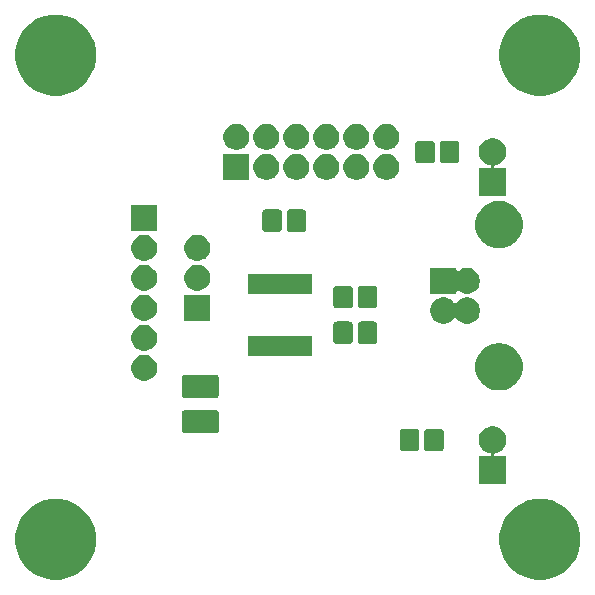
<source format=gts>
G04 #@! TF.GenerationSoftware,KiCad,Pcbnew,(5.1.5)-3*
G04 #@! TF.CreationDate,2020-05-21T16:35:35-04:00*
G04 #@! TF.ProjectId,FTDI-USB-TTL-49MM,46544449-2d55-4534-922d-54544c2d3439,1*
G04 #@! TF.SameCoordinates,Original*
G04 #@! TF.FileFunction,Soldermask,Top*
G04 #@! TF.FilePolarity,Negative*
%FSLAX46Y46*%
G04 Gerber Fmt 4.6, Leading zero omitted, Abs format (unit mm)*
G04 Created by KiCad (PCBNEW (5.1.5)-3) date 2020-05-21 16:35:35*
%MOMM*%
%LPD*%
G04 APERTURE LIST*
%ADD10C,0.150000*%
G04 APERTURE END LIST*
D10*
G36*
X46000201Y-41702774D02*
G01*
X46624239Y-41961259D01*
X46624240Y-41961260D01*
X47185860Y-42336522D01*
X47663478Y-42814140D01*
X47914220Y-43189403D01*
X48038741Y-43375761D01*
X48297226Y-43999799D01*
X48429000Y-44662272D01*
X48429000Y-45337728D01*
X48297226Y-46000201D01*
X48038741Y-46624239D01*
X48038740Y-46624240D01*
X47663478Y-47185860D01*
X47185860Y-47663478D01*
X46810597Y-47914220D01*
X46624239Y-48038741D01*
X46000201Y-48297226D01*
X45337728Y-48429000D01*
X44662272Y-48429000D01*
X43999799Y-48297226D01*
X43375761Y-48038741D01*
X43189403Y-47914220D01*
X42814140Y-47663478D01*
X42336522Y-47185860D01*
X41961260Y-46624240D01*
X41961259Y-46624239D01*
X41702774Y-46000201D01*
X41571000Y-45337728D01*
X41571000Y-44662272D01*
X41702774Y-43999799D01*
X41961259Y-43375761D01*
X42085780Y-43189403D01*
X42336522Y-42814140D01*
X42814140Y-42336522D01*
X43375760Y-41961260D01*
X43375761Y-41961259D01*
X43999799Y-41702774D01*
X44662272Y-41571000D01*
X45337728Y-41571000D01*
X46000201Y-41702774D01*
G37*
G36*
X5000201Y-41702774D02*
G01*
X5624239Y-41961259D01*
X5624240Y-41961260D01*
X6185860Y-42336522D01*
X6663478Y-42814140D01*
X6914220Y-43189403D01*
X7038741Y-43375761D01*
X7297226Y-43999799D01*
X7429000Y-44662272D01*
X7429000Y-45337728D01*
X7297226Y-46000201D01*
X7038741Y-46624239D01*
X7038740Y-46624240D01*
X6663478Y-47185860D01*
X6185860Y-47663478D01*
X5810597Y-47914220D01*
X5624239Y-48038741D01*
X5000201Y-48297226D01*
X4337728Y-48429000D01*
X3662272Y-48429000D01*
X2999799Y-48297226D01*
X2375761Y-48038741D01*
X2189403Y-47914220D01*
X1814140Y-47663478D01*
X1336522Y-47185860D01*
X961260Y-46624240D01*
X961259Y-46624239D01*
X702774Y-46000201D01*
X571000Y-45337728D01*
X571000Y-44662272D01*
X702774Y-43999799D01*
X961259Y-43375761D01*
X1085780Y-43189403D01*
X1336522Y-42814140D01*
X1814140Y-42336522D01*
X2375760Y-41961260D01*
X2375761Y-41961259D01*
X2999799Y-41702774D01*
X3662272Y-41571000D01*
X4337728Y-41571000D01*
X5000201Y-41702774D01*
G37*
G36*
X41336609Y-35466347D02*
G01*
X41546623Y-35553337D01*
X41735632Y-35679629D01*
X41896371Y-35840368D01*
X42022663Y-36029377D01*
X42109653Y-36239391D01*
X42154000Y-36462340D01*
X42154000Y-36689660D01*
X42109653Y-36912609D01*
X42022663Y-37122623D01*
X41896371Y-37311632D01*
X41735632Y-37472371D01*
X41546623Y-37598663D01*
X41336609Y-37685653D01*
X41192067Y-37714404D01*
X41168618Y-37721517D01*
X41147007Y-37733068D01*
X41128065Y-37748613D01*
X41112520Y-37767555D01*
X41100969Y-37789166D01*
X41093856Y-37812615D01*
X41091454Y-37837001D01*
X41093856Y-37861387D01*
X41100969Y-37884836D01*
X41112520Y-37906447D01*
X41128065Y-37925389D01*
X41147007Y-37940934D01*
X41168618Y-37952485D01*
X41192067Y-37959598D01*
X41216453Y-37962000D01*
X42154000Y-37962000D01*
X42154000Y-40270000D01*
X39846000Y-40270000D01*
X39846000Y-37962000D01*
X40783547Y-37962000D01*
X40807933Y-37959598D01*
X40831382Y-37952485D01*
X40852993Y-37940934D01*
X40871935Y-37925389D01*
X40887480Y-37906447D01*
X40899031Y-37884836D01*
X40906144Y-37861387D01*
X40908546Y-37837001D01*
X40906144Y-37812615D01*
X40899031Y-37789166D01*
X40887480Y-37767555D01*
X40871935Y-37748613D01*
X40852993Y-37733068D01*
X40831382Y-37721517D01*
X40807933Y-37714404D01*
X40663391Y-37685653D01*
X40453377Y-37598663D01*
X40264368Y-37472371D01*
X40103629Y-37311632D01*
X39977337Y-37122623D01*
X39890347Y-36912609D01*
X39846000Y-36689660D01*
X39846000Y-36462340D01*
X39890347Y-36239391D01*
X39977337Y-36029377D01*
X40103629Y-35840368D01*
X40264368Y-35679629D01*
X40453377Y-35553337D01*
X40663391Y-35466347D01*
X40886340Y-35422000D01*
X41113660Y-35422000D01*
X41336609Y-35466347D01*
G37*
G36*
X36620632Y-35628161D02*
G01*
X36674885Y-35644618D01*
X36724875Y-35671339D01*
X36768697Y-35707303D01*
X36804661Y-35751125D01*
X36831382Y-35801115D01*
X36847839Y-35855368D01*
X36854000Y-35917922D01*
X36854000Y-37234078D01*
X36847839Y-37296632D01*
X36831382Y-37350885D01*
X36804661Y-37400875D01*
X36768697Y-37444697D01*
X36724875Y-37480661D01*
X36674885Y-37507382D01*
X36620632Y-37523839D01*
X36558078Y-37530000D01*
X35491922Y-37530000D01*
X35429368Y-37523839D01*
X35375115Y-37507382D01*
X35325125Y-37480661D01*
X35281303Y-37444697D01*
X35245339Y-37400875D01*
X35218618Y-37350885D01*
X35202161Y-37296632D01*
X35196000Y-37234078D01*
X35196000Y-35917922D01*
X35202161Y-35855368D01*
X35218618Y-35801115D01*
X35245339Y-35751125D01*
X35281303Y-35707303D01*
X35325125Y-35671339D01*
X35375115Y-35644618D01*
X35429368Y-35628161D01*
X35491922Y-35622000D01*
X36558078Y-35622000D01*
X36620632Y-35628161D01*
G37*
G36*
X34570632Y-35628161D02*
G01*
X34624885Y-35644618D01*
X34674875Y-35671339D01*
X34718697Y-35707303D01*
X34754661Y-35751125D01*
X34781382Y-35801115D01*
X34797839Y-35855368D01*
X34804000Y-35917922D01*
X34804000Y-37234078D01*
X34797839Y-37296632D01*
X34781382Y-37350885D01*
X34754661Y-37400875D01*
X34718697Y-37444697D01*
X34674875Y-37480661D01*
X34624885Y-37507382D01*
X34570632Y-37523839D01*
X34508078Y-37530000D01*
X33441922Y-37530000D01*
X33379368Y-37523839D01*
X33325115Y-37507382D01*
X33275125Y-37480661D01*
X33231303Y-37444697D01*
X33195339Y-37400875D01*
X33168618Y-37350885D01*
X33152161Y-37296632D01*
X33146000Y-37234078D01*
X33146000Y-35917922D01*
X33152161Y-35855368D01*
X33168618Y-35801115D01*
X33195339Y-35751125D01*
X33231303Y-35707303D01*
X33275125Y-35671339D01*
X33325115Y-35644618D01*
X33379368Y-35628161D01*
X33441922Y-35622000D01*
X34508078Y-35622000D01*
X34570632Y-35628161D01*
G37*
G36*
X17627227Y-34054550D02*
G01*
X17675514Y-34069198D01*
X17720008Y-34092980D01*
X17759011Y-34124989D01*
X17791020Y-34163992D01*
X17814802Y-34208486D01*
X17829450Y-34256773D01*
X17835000Y-34313123D01*
X17835000Y-35717877D01*
X17829450Y-35774227D01*
X17814802Y-35822514D01*
X17791020Y-35867008D01*
X17759011Y-35906011D01*
X17720008Y-35938020D01*
X17675514Y-35961802D01*
X17627227Y-35976450D01*
X17570877Y-35982000D01*
X14941123Y-35982000D01*
X14884773Y-35976450D01*
X14836486Y-35961802D01*
X14791992Y-35938020D01*
X14752989Y-35906011D01*
X14720980Y-35867008D01*
X14697198Y-35822514D01*
X14682550Y-35774227D01*
X14677000Y-35717877D01*
X14677000Y-34313123D01*
X14682550Y-34256773D01*
X14697198Y-34208486D01*
X14720980Y-34163992D01*
X14752989Y-34124989D01*
X14791992Y-34092980D01*
X14836486Y-34069198D01*
X14884773Y-34054550D01*
X14941123Y-34049000D01*
X17570877Y-34049000D01*
X17627227Y-34054550D01*
G37*
G36*
X17627227Y-31079550D02*
G01*
X17675514Y-31094198D01*
X17720008Y-31117980D01*
X17759011Y-31149989D01*
X17791020Y-31188992D01*
X17814802Y-31233486D01*
X17829450Y-31281773D01*
X17835000Y-31338123D01*
X17835000Y-32742877D01*
X17829450Y-32799227D01*
X17814802Y-32847514D01*
X17791020Y-32892008D01*
X17759011Y-32931011D01*
X17720008Y-32963020D01*
X17675514Y-32986802D01*
X17627227Y-33001450D01*
X17570877Y-33007000D01*
X14941123Y-33007000D01*
X14884773Y-33001450D01*
X14836486Y-32986802D01*
X14791992Y-32963020D01*
X14752989Y-32931011D01*
X14720980Y-32892008D01*
X14697198Y-32847514D01*
X14682550Y-32799227D01*
X14677000Y-32742877D01*
X14677000Y-31338123D01*
X14682550Y-31281773D01*
X14697198Y-31233486D01*
X14720980Y-31188992D01*
X14752989Y-31149989D01*
X14791992Y-31117980D01*
X14836486Y-31094198D01*
X14884773Y-31079550D01*
X14941123Y-31074000D01*
X17570877Y-31074000D01*
X17627227Y-31079550D01*
G37*
G36*
X41930961Y-28418506D02*
G01*
X42124545Y-28457013D01*
X42489250Y-28608079D01*
X42817475Y-28827392D01*
X43096608Y-29106525D01*
X43305014Y-29418426D01*
X43315922Y-29434752D01*
X43466987Y-29799456D01*
X43544000Y-30186622D01*
X43544000Y-30581378D01*
X43542536Y-30588736D01*
X43466987Y-30968545D01*
X43315921Y-31333250D01*
X43096608Y-31661475D01*
X42817475Y-31940608D01*
X42489250Y-32159921D01*
X42124545Y-32310987D01*
X41930961Y-32349494D01*
X41737378Y-32388000D01*
X41342622Y-32388000D01*
X41149039Y-32349494D01*
X40955455Y-32310987D01*
X40590750Y-32159921D01*
X40262525Y-31940608D01*
X39983392Y-31661475D01*
X39764079Y-31333250D01*
X39613013Y-30968545D01*
X39537464Y-30588736D01*
X39536000Y-30581378D01*
X39536000Y-30186622D01*
X39613013Y-29799456D01*
X39764078Y-29434752D01*
X39774987Y-29418426D01*
X39983392Y-29106525D01*
X40262525Y-28827392D01*
X40590750Y-28608079D01*
X40955455Y-28457013D01*
X41149039Y-28418506D01*
X41342622Y-28380000D01*
X41737378Y-28380000D01*
X41930961Y-28418506D01*
G37*
G36*
X11822024Y-29418425D02*
G01*
X12022939Y-29501647D01*
X12022940Y-29501648D01*
X12203759Y-29622467D01*
X12357533Y-29776241D01*
X12418353Y-29867265D01*
X12478353Y-29957061D01*
X12561575Y-30157976D01*
X12604000Y-30371264D01*
X12604000Y-30588736D01*
X12561575Y-30802024D01*
X12478353Y-31002939D01*
X12478352Y-31002940D01*
X12357533Y-31183759D01*
X12203759Y-31337533D01*
X12202876Y-31338123D01*
X12022939Y-31458353D01*
X11822024Y-31541575D01*
X11608736Y-31584000D01*
X11391264Y-31584000D01*
X11177976Y-31541575D01*
X10977061Y-31458353D01*
X10797124Y-31338123D01*
X10796241Y-31337533D01*
X10642467Y-31183759D01*
X10521648Y-31002940D01*
X10521647Y-31002939D01*
X10438425Y-30802024D01*
X10396000Y-30588736D01*
X10396000Y-30371264D01*
X10438425Y-30157976D01*
X10521647Y-29957061D01*
X10581647Y-29867265D01*
X10642467Y-29776241D01*
X10796241Y-29622467D01*
X10977060Y-29501648D01*
X10977061Y-29501647D01*
X11177976Y-29418425D01*
X11391264Y-29376000D01*
X11608736Y-29376000D01*
X11822024Y-29418425D01*
G37*
G36*
X25676500Y-29454000D02*
G01*
X20323500Y-29454000D01*
X20323500Y-27746000D01*
X25676500Y-27746000D01*
X25676500Y-29454000D01*
G37*
G36*
X11822024Y-26878425D02*
G01*
X12022939Y-26961647D01*
X12022940Y-26961648D01*
X12203759Y-27082467D01*
X12357533Y-27236241D01*
X12357534Y-27236243D01*
X12478353Y-27417061D01*
X12561575Y-27617976D01*
X12604000Y-27831264D01*
X12604000Y-28048736D01*
X12561575Y-28262024D01*
X12478353Y-28462939D01*
X12478352Y-28462940D01*
X12357533Y-28643759D01*
X12203759Y-28797533D01*
X12112735Y-28858353D01*
X12022939Y-28918353D01*
X11822024Y-29001575D01*
X11608736Y-29044000D01*
X11391264Y-29044000D01*
X11177976Y-29001575D01*
X10977061Y-28918353D01*
X10887265Y-28858353D01*
X10796241Y-28797533D01*
X10642467Y-28643759D01*
X10521648Y-28462940D01*
X10521647Y-28462939D01*
X10438425Y-28262024D01*
X10396000Y-28048736D01*
X10396000Y-27831264D01*
X10438425Y-27617976D01*
X10521647Y-27417061D01*
X10642466Y-27236243D01*
X10642467Y-27236241D01*
X10796241Y-27082467D01*
X10977060Y-26961648D01*
X10977061Y-26961647D01*
X11177976Y-26878425D01*
X11391264Y-26836000D01*
X11608736Y-26836000D01*
X11822024Y-26878425D01*
G37*
G36*
X28945633Y-26552161D02*
G01*
X28999886Y-26568618D01*
X29049876Y-26595339D01*
X29093698Y-26631303D01*
X29129662Y-26675125D01*
X29156383Y-26725115D01*
X29172840Y-26779368D01*
X29179001Y-26841922D01*
X29179001Y-28158078D01*
X29172840Y-28220632D01*
X29156383Y-28274885D01*
X29129662Y-28324875D01*
X29093698Y-28368697D01*
X29049876Y-28404661D01*
X28999886Y-28431382D01*
X28945633Y-28447839D01*
X28883079Y-28454000D01*
X27816923Y-28454000D01*
X27754369Y-28447839D01*
X27700116Y-28431382D01*
X27650126Y-28404661D01*
X27606304Y-28368697D01*
X27570340Y-28324875D01*
X27543619Y-28274885D01*
X27527162Y-28220632D01*
X27521001Y-28158078D01*
X27521001Y-26841922D01*
X27527162Y-26779368D01*
X27543619Y-26725115D01*
X27570340Y-26675125D01*
X27606304Y-26631303D01*
X27650126Y-26595339D01*
X27700116Y-26568618D01*
X27754369Y-26552161D01*
X27816923Y-26546000D01*
X28883079Y-26546000D01*
X28945633Y-26552161D01*
G37*
G36*
X30995633Y-26552161D02*
G01*
X31049886Y-26568618D01*
X31099876Y-26595339D01*
X31143698Y-26631303D01*
X31179662Y-26675125D01*
X31206383Y-26725115D01*
X31222840Y-26779368D01*
X31229001Y-26841922D01*
X31229001Y-28158078D01*
X31222840Y-28220632D01*
X31206383Y-28274885D01*
X31179662Y-28324875D01*
X31143698Y-28368697D01*
X31099876Y-28404661D01*
X31049886Y-28431382D01*
X30995633Y-28447839D01*
X30933079Y-28454000D01*
X29866923Y-28454000D01*
X29804369Y-28447839D01*
X29750116Y-28431382D01*
X29700126Y-28404661D01*
X29656304Y-28368697D01*
X29620340Y-28324875D01*
X29593619Y-28274885D01*
X29577162Y-28220632D01*
X29571001Y-28158078D01*
X29571001Y-26841922D01*
X29577162Y-26779368D01*
X29593619Y-26725115D01*
X29620340Y-26675125D01*
X29656304Y-26631303D01*
X29700126Y-26595339D01*
X29750116Y-26568618D01*
X29804369Y-26552161D01*
X29866923Y-26546000D01*
X30933079Y-26546000D01*
X30995633Y-26552161D01*
G37*
G36*
X37152024Y-24552425D02*
G01*
X37352939Y-24635647D01*
X37352940Y-24635648D01*
X37533759Y-24756467D01*
X37687533Y-24910241D01*
X37687534Y-24910243D01*
X37726067Y-24967912D01*
X37741612Y-24986854D01*
X37760554Y-25002399D01*
X37782165Y-25013950D01*
X37805614Y-25021063D01*
X37830000Y-25023465D01*
X37854386Y-25021063D01*
X37877835Y-25013950D01*
X37899446Y-25002399D01*
X37918388Y-24986854D01*
X37933933Y-24967912D01*
X37972466Y-24910243D01*
X37972467Y-24910241D01*
X38126241Y-24756467D01*
X38307060Y-24635648D01*
X38307061Y-24635647D01*
X38507976Y-24552425D01*
X38721264Y-24510000D01*
X38938736Y-24510000D01*
X39152024Y-24552425D01*
X39352939Y-24635647D01*
X39352940Y-24635648D01*
X39533759Y-24756467D01*
X39687533Y-24910241D01*
X39687534Y-24910243D01*
X39808353Y-25091061D01*
X39891575Y-25291976D01*
X39934000Y-25505264D01*
X39934000Y-25722736D01*
X39891575Y-25936024D01*
X39808353Y-26136939D01*
X39808352Y-26136940D01*
X39687533Y-26317759D01*
X39533759Y-26471533D01*
X39442735Y-26532353D01*
X39352939Y-26592353D01*
X39152024Y-26675575D01*
X38938736Y-26718000D01*
X38721264Y-26718000D01*
X38507976Y-26675575D01*
X38307061Y-26592353D01*
X38217265Y-26532353D01*
X38126241Y-26471533D01*
X37972467Y-26317759D01*
X37933931Y-26260085D01*
X37918388Y-26241146D01*
X37899446Y-26225601D01*
X37877835Y-26214050D01*
X37854386Y-26206937D01*
X37830000Y-26204535D01*
X37805614Y-26206937D01*
X37782165Y-26214050D01*
X37760554Y-26225601D01*
X37741612Y-26241146D01*
X37726069Y-26260085D01*
X37687533Y-26317759D01*
X37533759Y-26471533D01*
X37442735Y-26532353D01*
X37352939Y-26592353D01*
X37152024Y-26675575D01*
X36938736Y-26718000D01*
X36721264Y-26718000D01*
X36507976Y-26675575D01*
X36307061Y-26592353D01*
X36217265Y-26532353D01*
X36126241Y-26471533D01*
X35972467Y-26317759D01*
X35851648Y-26136940D01*
X35851647Y-26136939D01*
X35768425Y-25936024D01*
X35726000Y-25722736D01*
X35726000Y-25505264D01*
X35768425Y-25291976D01*
X35851647Y-25091061D01*
X35972466Y-24910243D01*
X35972467Y-24910241D01*
X36126241Y-24756467D01*
X36307060Y-24635648D01*
X36307061Y-24635647D01*
X36507976Y-24552425D01*
X36721264Y-24510000D01*
X36938736Y-24510000D01*
X37152024Y-24552425D01*
G37*
G36*
X17104000Y-26504000D02*
G01*
X14896000Y-26504000D01*
X14896000Y-24296000D01*
X17104000Y-24296000D01*
X17104000Y-26504000D01*
G37*
G36*
X11822024Y-24338425D02*
G01*
X12022939Y-24421647D01*
X12022940Y-24421648D01*
X12203759Y-24542467D01*
X12357533Y-24696241D01*
X12418353Y-24787265D01*
X12478353Y-24877061D01*
X12561575Y-25077976D01*
X12604000Y-25291264D01*
X12604000Y-25508736D01*
X12561575Y-25722024D01*
X12478353Y-25922939D01*
X12478352Y-25922940D01*
X12357533Y-26103759D01*
X12203759Y-26257533D01*
X12199935Y-26260088D01*
X12022939Y-26378353D01*
X11822024Y-26461575D01*
X11608736Y-26504000D01*
X11391264Y-26504000D01*
X11177976Y-26461575D01*
X10977061Y-26378353D01*
X10800065Y-26260088D01*
X10796241Y-26257533D01*
X10642467Y-26103759D01*
X10521648Y-25922940D01*
X10521647Y-25922939D01*
X10438425Y-25722024D01*
X10396000Y-25508736D01*
X10396000Y-25291264D01*
X10438425Y-25077976D01*
X10521647Y-24877061D01*
X10581647Y-24787265D01*
X10642467Y-24696241D01*
X10796241Y-24542467D01*
X10977060Y-24421648D01*
X10977061Y-24421647D01*
X11177976Y-24338425D01*
X11391264Y-24296000D01*
X11608736Y-24296000D01*
X11822024Y-24338425D01*
G37*
G36*
X30995633Y-23527162D02*
G01*
X31049886Y-23543619D01*
X31099876Y-23570340D01*
X31143698Y-23606304D01*
X31179662Y-23650126D01*
X31206383Y-23700116D01*
X31222840Y-23754369D01*
X31229001Y-23816923D01*
X31229001Y-25133079D01*
X31222840Y-25195633D01*
X31206383Y-25249886D01*
X31179662Y-25299876D01*
X31143698Y-25343698D01*
X31099876Y-25379662D01*
X31049886Y-25406383D01*
X30995633Y-25422840D01*
X30933079Y-25429001D01*
X29866923Y-25429001D01*
X29804369Y-25422840D01*
X29750116Y-25406383D01*
X29700126Y-25379662D01*
X29656304Y-25343698D01*
X29620340Y-25299876D01*
X29593619Y-25249886D01*
X29577162Y-25195633D01*
X29571001Y-25133079D01*
X29571001Y-23816923D01*
X29577162Y-23754369D01*
X29593619Y-23700116D01*
X29620340Y-23650126D01*
X29656304Y-23606304D01*
X29700126Y-23570340D01*
X29750116Y-23543619D01*
X29804369Y-23527162D01*
X29866923Y-23521001D01*
X30933079Y-23521001D01*
X30995633Y-23527162D01*
G37*
G36*
X28945633Y-23527162D02*
G01*
X28999886Y-23543619D01*
X29049876Y-23570340D01*
X29093698Y-23606304D01*
X29129662Y-23650126D01*
X29156383Y-23700116D01*
X29172840Y-23754369D01*
X29179001Y-23816923D01*
X29179001Y-25133079D01*
X29172840Y-25195633D01*
X29156383Y-25249886D01*
X29129662Y-25299876D01*
X29093698Y-25343698D01*
X29049876Y-25379662D01*
X28999886Y-25406383D01*
X28945633Y-25422840D01*
X28883079Y-25429001D01*
X27816923Y-25429001D01*
X27754369Y-25422840D01*
X27700116Y-25406383D01*
X27650126Y-25379662D01*
X27606304Y-25343698D01*
X27570340Y-25299876D01*
X27543619Y-25249886D01*
X27527162Y-25195633D01*
X27521001Y-25133079D01*
X27521001Y-23816923D01*
X27527162Y-23754369D01*
X27543619Y-23700116D01*
X27570340Y-23650126D01*
X27606304Y-23606304D01*
X27650126Y-23570340D01*
X27700116Y-23543619D01*
X27754369Y-23527162D01*
X27816923Y-23521001D01*
X28883079Y-23521001D01*
X28945633Y-23527162D01*
G37*
G36*
X25676500Y-24254000D02*
G01*
X20323500Y-24254000D01*
X20323500Y-22546000D01*
X25676500Y-22546000D01*
X25676500Y-24254000D01*
G37*
G36*
X37934000Y-22151062D02*
G01*
X37936402Y-22175448D01*
X37943515Y-22198897D01*
X37955066Y-22220508D01*
X37970611Y-22239450D01*
X37989553Y-22254995D01*
X38011164Y-22266546D01*
X38034613Y-22273659D01*
X38058999Y-22276061D01*
X38083385Y-22273659D01*
X38106834Y-22266546D01*
X38128440Y-22254998D01*
X38307060Y-22135648D01*
X38307061Y-22135647D01*
X38507976Y-22052425D01*
X38721264Y-22010000D01*
X38938736Y-22010000D01*
X39152024Y-22052425D01*
X39352939Y-22135647D01*
X39352940Y-22135648D01*
X39533759Y-22256467D01*
X39687533Y-22410241D01*
X39687534Y-22410243D01*
X39808353Y-22591061D01*
X39891575Y-22791976D01*
X39934000Y-23005264D01*
X39934000Y-23222736D01*
X39891575Y-23436024D01*
X39808353Y-23636939D01*
X39778786Y-23681189D01*
X39687533Y-23817759D01*
X39533759Y-23971533D01*
X39508291Y-23988550D01*
X39352939Y-24092353D01*
X39152024Y-24175575D01*
X38938736Y-24218000D01*
X38721264Y-24218000D01*
X38507976Y-24175575D01*
X38307061Y-24092353D01*
X38180058Y-24007492D01*
X38128440Y-23973002D01*
X38106834Y-23961454D01*
X38083385Y-23954341D01*
X38058999Y-23951939D01*
X38034613Y-23954341D01*
X38011164Y-23961454D01*
X37989554Y-23973005D01*
X37970612Y-23988550D01*
X37955066Y-24007492D01*
X37943515Y-24029103D01*
X37936402Y-24052552D01*
X37934000Y-24076938D01*
X37934000Y-24218000D01*
X35726000Y-24218000D01*
X35726000Y-22010000D01*
X37934000Y-22010000D01*
X37934000Y-22151062D01*
G37*
G36*
X11822024Y-21798425D02*
G01*
X12022939Y-21881647D01*
X12022940Y-21881648D01*
X12203759Y-22002467D01*
X12357533Y-22156241D01*
X12386035Y-22198897D01*
X12478353Y-22337061D01*
X12561575Y-22537976D01*
X12604000Y-22751264D01*
X12604000Y-22968736D01*
X12561575Y-23182024D01*
X12478353Y-23382939D01*
X12478352Y-23382940D01*
X12357533Y-23563759D01*
X12203759Y-23717533D01*
X12164892Y-23743503D01*
X12022939Y-23838353D01*
X11822024Y-23921575D01*
X11608736Y-23964000D01*
X11391264Y-23964000D01*
X11177976Y-23921575D01*
X10977061Y-23838353D01*
X10835108Y-23743503D01*
X10796241Y-23717533D01*
X10642467Y-23563759D01*
X10521648Y-23382940D01*
X10521647Y-23382939D01*
X10438425Y-23182024D01*
X10396000Y-22968736D01*
X10396000Y-22751264D01*
X10438425Y-22537976D01*
X10521647Y-22337061D01*
X10613965Y-22198897D01*
X10642467Y-22156241D01*
X10796241Y-22002467D01*
X10977060Y-21881648D01*
X10977061Y-21881647D01*
X11177976Y-21798425D01*
X11391264Y-21756000D01*
X11608736Y-21756000D01*
X11822024Y-21798425D01*
G37*
G36*
X16322024Y-21798425D02*
G01*
X16522939Y-21881647D01*
X16522940Y-21881648D01*
X16703759Y-22002467D01*
X16857533Y-22156241D01*
X16886035Y-22198897D01*
X16978353Y-22337061D01*
X17061575Y-22537976D01*
X17104000Y-22751264D01*
X17104000Y-22968736D01*
X17061575Y-23182024D01*
X16978353Y-23382939D01*
X16978352Y-23382940D01*
X16857533Y-23563759D01*
X16703759Y-23717533D01*
X16664892Y-23743503D01*
X16522939Y-23838353D01*
X16322024Y-23921575D01*
X16108736Y-23964000D01*
X15891264Y-23964000D01*
X15677976Y-23921575D01*
X15477061Y-23838353D01*
X15335108Y-23743503D01*
X15296241Y-23717533D01*
X15142467Y-23563759D01*
X15021648Y-23382940D01*
X15021647Y-23382939D01*
X14938425Y-23182024D01*
X14896000Y-22968736D01*
X14896000Y-22751264D01*
X14938425Y-22537976D01*
X15021647Y-22337061D01*
X15113965Y-22198897D01*
X15142467Y-22156241D01*
X15296241Y-22002467D01*
X15477060Y-21881648D01*
X15477061Y-21881647D01*
X15677976Y-21798425D01*
X15891264Y-21756000D01*
X16108736Y-21756000D01*
X16322024Y-21798425D01*
G37*
G36*
X16322024Y-19258425D02*
G01*
X16522939Y-19341647D01*
X16522940Y-19341648D01*
X16703759Y-19462467D01*
X16857533Y-19616241D01*
X16857534Y-19616243D01*
X16978353Y-19797061D01*
X17061575Y-19997976D01*
X17104000Y-20211264D01*
X17104000Y-20428736D01*
X17061575Y-20642024D01*
X16978353Y-20842939D01*
X16978352Y-20842940D01*
X16857533Y-21023759D01*
X16703759Y-21177533D01*
X16612735Y-21238353D01*
X16522939Y-21298353D01*
X16322024Y-21381575D01*
X16108736Y-21424000D01*
X15891264Y-21424000D01*
X15677976Y-21381575D01*
X15477061Y-21298353D01*
X15387265Y-21238353D01*
X15296241Y-21177533D01*
X15142467Y-21023759D01*
X15021648Y-20842940D01*
X15021647Y-20842939D01*
X14938425Y-20642024D01*
X14896000Y-20428736D01*
X14896000Y-20211264D01*
X14938425Y-19997976D01*
X15021647Y-19797061D01*
X15142466Y-19616243D01*
X15142467Y-19616241D01*
X15296241Y-19462467D01*
X15477060Y-19341648D01*
X15477061Y-19341647D01*
X15677976Y-19258425D01*
X15891264Y-19216000D01*
X16108736Y-19216000D01*
X16322024Y-19258425D01*
G37*
G36*
X11822024Y-19258425D02*
G01*
X12022939Y-19341647D01*
X12022940Y-19341648D01*
X12203759Y-19462467D01*
X12357533Y-19616241D01*
X12357534Y-19616243D01*
X12478353Y-19797061D01*
X12561575Y-19997976D01*
X12604000Y-20211264D01*
X12604000Y-20428736D01*
X12561575Y-20642024D01*
X12478353Y-20842939D01*
X12478352Y-20842940D01*
X12357533Y-21023759D01*
X12203759Y-21177533D01*
X12112735Y-21238353D01*
X12022939Y-21298353D01*
X11822024Y-21381575D01*
X11608736Y-21424000D01*
X11391264Y-21424000D01*
X11177976Y-21381575D01*
X10977061Y-21298353D01*
X10887265Y-21238353D01*
X10796241Y-21177533D01*
X10642467Y-21023759D01*
X10521648Y-20842940D01*
X10521647Y-20842939D01*
X10438425Y-20642024D01*
X10396000Y-20428736D01*
X10396000Y-20211264D01*
X10438425Y-19997976D01*
X10521647Y-19797061D01*
X10642466Y-19616243D01*
X10642467Y-19616241D01*
X10796241Y-19462467D01*
X10977060Y-19341648D01*
X10977061Y-19341647D01*
X11177976Y-19258425D01*
X11391264Y-19216000D01*
X11608736Y-19216000D01*
X11822024Y-19258425D01*
G37*
G36*
X41930961Y-16378506D02*
G01*
X42124545Y-16417013D01*
X42489250Y-16568079D01*
X42817475Y-16787392D01*
X43096608Y-17066525D01*
X43315921Y-17394750D01*
X43466987Y-17759455D01*
X43544000Y-18146623D01*
X43544000Y-18541377D01*
X43466987Y-18928545D01*
X43315921Y-19293250D01*
X43096608Y-19621475D01*
X42817475Y-19900608D01*
X42489250Y-20119921D01*
X42124545Y-20270987D01*
X41930961Y-20309494D01*
X41737378Y-20348000D01*
X41342622Y-20348000D01*
X41149039Y-20309493D01*
X40955455Y-20270987D01*
X40590750Y-20119921D01*
X40262525Y-19900608D01*
X39983392Y-19621475D01*
X39764079Y-19293250D01*
X39613013Y-18928545D01*
X39536000Y-18541377D01*
X39536000Y-18146623D01*
X39613013Y-17759455D01*
X39764079Y-17394750D01*
X39983392Y-17066525D01*
X40262525Y-16787392D01*
X40590750Y-16568079D01*
X40955455Y-16417013D01*
X41149039Y-16378506D01*
X41342622Y-16340000D01*
X41737378Y-16340000D01*
X41930961Y-16378506D01*
G37*
G36*
X22938632Y-17052161D02*
G01*
X22992885Y-17068618D01*
X23042875Y-17095339D01*
X23086697Y-17131303D01*
X23122661Y-17175125D01*
X23149382Y-17225115D01*
X23165839Y-17279368D01*
X23172000Y-17341922D01*
X23172000Y-18658078D01*
X23165839Y-18720632D01*
X23149382Y-18774885D01*
X23122661Y-18824875D01*
X23086697Y-18868697D01*
X23042875Y-18904661D01*
X22992885Y-18931382D01*
X22938632Y-18947839D01*
X22876078Y-18954000D01*
X21809922Y-18954000D01*
X21747368Y-18947839D01*
X21693115Y-18931382D01*
X21643125Y-18904661D01*
X21599303Y-18868697D01*
X21563339Y-18824875D01*
X21536618Y-18774885D01*
X21520161Y-18720632D01*
X21514000Y-18658078D01*
X21514000Y-17341922D01*
X21520161Y-17279368D01*
X21536618Y-17225115D01*
X21563339Y-17175125D01*
X21599303Y-17131303D01*
X21643125Y-17095339D01*
X21693115Y-17068618D01*
X21747368Y-17052161D01*
X21809922Y-17046000D01*
X22876078Y-17046000D01*
X22938632Y-17052161D01*
G37*
G36*
X24988632Y-17052161D02*
G01*
X25042885Y-17068618D01*
X25092875Y-17095339D01*
X25136697Y-17131303D01*
X25172661Y-17175125D01*
X25199382Y-17225115D01*
X25215839Y-17279368D01*
X25222000Y-17341922D01*
X25222000Y-18658078D01*
X25215839Y-18720632D01*
X25199382Y-18774885D01*
X25172661Y-18824875D01*
X25136697Y-18868697D01*
X25092875Y-18904661D01*
X25042885Y-18931382D01*
X24988632Y-18947839D01*
X24926078Y-18954000D01*
X23859922Y-18954000D01*
X23797368Y-18947839D01*
X23743115Y-18931382D01*
X23693125Y-18904661D01*
X23649303Y-18868697D01*
X23613339Y-18824875D01*
X23586618Y-18774885D01*
X23570161Y-18720632D01*
X23564000Y-18658078D01*
X23564000Y-17341922D01*
X23570161Y-17279368D01*
X23586618Y-17225115D01*
X23613339Y-17175125D01*
X23649303Y-17131303D01*
X23693125Y-17095339D01*
X23743115Y-17068618D01*
X23797368Y-17052161D01*
X23859922Y-17046000D01*
X24926078Y-17046000D01*
X24988632Y-17052161D01*
G37*
G36*
X12604000Y-18884000D02*
G01*
X10396000Y-18884000D01*
X10396000Y-16676000D01*
X12604000Y-16676000D01*
X12604000Y-18884000D01*
G37*
G36*
X41336609Y-11080347D02*
G01*
X41546623Y-11167337D01*
X41735632Y-11293629D01*
X41896371Y-11454368D01*
X42022663Y-11643377D01*
X42109653Y-11853391D01*
X42154000Y-12076340D01*
X42154000Y-12303660D01*
X42109653Y-12526609D01*
X42022663Y-12736623D01*
X41896371Y-12925632D01*
X41735632Y-13086371D01*
X41546623Y-13212663D01*
X41336609Y-13299653D01*
X41192067Y-13328404D01*
X41168618Y-13335517D01*
X41147007Y-13347068D01*
X41128065Y-13362613D01*
X41112520Y-13381555D01*
X41100969Y-13403166D01*
X41093856Y-13426615D01*
X41091454Y-13451001D01*
X41093856Y-13475387D01*
X41100969Y-13498836D01*
X41112520Y-13520447D01*
X41128065Y-13539389D01*
X41147007Y-13554934D01*
X41168618Y-13566485D01*
X41192067Y-13573598D01*
X41216453Y-13576000D01*
X42154000Y-13576000D01*
X42154000Y-15884000D01*
X39846000Y-15884000D01*
X39846000Y-13576000D01*
X40783547Y-13576000D01*
X40807933Y-13573598D01*
X40831382Y-13566485D01*
X40852993Y-13554934D01*
X40871935Y-13539389D01*
X40887480Y-13520447D01*
X40899031Y-13498836D01*
X40906144Y-13475387D01*
X40908546Y-13451001D01*
X40906144Y-13426615D01*
X40899031Y-13403166D01*
X40887480Y-13381555D01*
X40871935Y-13362613D01*
X40852993Y-13347068D01*
X40831382Y-13335517D01*
X40807933Y-13328404D01*
X40663391Y-13299653D01*
X40453377Y-13212663D01*
X40264368Y-13086371D01*
X40103629Y-12925632D01*
X39977337Y-12736623D01*
X39890347Y-12526609D01*
X39846000Y-12303660D01*
X39846000Y-12076340D01*
X39890347Y-11853391D01*
X39977337Y-11643377D01*
X40103629Y-11454368D01*
X40264368Y-11293629D01*
X40453377Y-11167337D01*
X40663391Y-11080347D01*
X40886340Y-11036000D01*
X41113660Y-11036000D01*
X41336609Y-11080347D01*
G37*
G36*
X29786024Y-12400425D02*
G01*
X29986939Y-12483647D01*
X29986940Y-12483648D01*
X30167759Y-12604467D01*
X30321533Y-12758241D01*
X30321534Y-12758243D01*
X30442353Y-12939061D01*
X30525575Y-13139976D01*
X30568000Y-13353264D01*
X30568000Y-13570736D01*
X30525575Y-13784024D01*
X30442353Y-13984939D01*
X30442352Y-13984940D01*
X30321533Y-14165759D01*
X30167759Y-14319533D01*
X30076735Y-14380353D01*
X29986939Y-14440353D01*
X29786024Y-14523575D01*
X29572736Y-14566000D01*
X29355264Y-14566000D01*
X29141976Y-14523575D01*
X28941061Y-14440353D01*
X28851265Y-14380353D01*
X28760241Y-14319533D01*
X28606467Y-14165759D01*
X28485648Y-13984940D01*
X28485647Y-13984939D01*
X28402425Y-13784024D01*
X28360000Y-13570736D01*
X28360000Y-13353264D01*
X28402425Y-13139976D01*
X28485647Y-12939061D01*
X28606466Y-12758243D01*
X28606467Y-12758241D01*
X28760241Y-12604467D01*
X28941060Y-12483648D01*
X28941061Y-12483647D01*
X29141976Y-12400425D01*
X29355264Y-12358000D01*
X29572736Y-12358000D01*
X29786024Y-12400425D01*
G37*
G36*
X32326024Y-12400425D02*
G01*
X32526939Y-12483647D01*
X32526940Y-12483648D01*
X32707759Y-12604467D01*
X32861533Y-12758241D01*
X32861534Y-12758243D01*
X32982353Y-12939061D01*
X33065575Y-13139976D01*
X33108000Y-13353264D01*
X33108000Y-13570736D01*
X33065575Y-13784024D01*
X32982353Y-13984939D01*
X32982352Y-13984940D01*
X32861533Y-14165759D01*
X32707759Y-14319533D01*
X32616735Y-14380353D01*
X32526939Y-14440353D01*
X32326024Y-14523575D01*
X32112736Y-14566000D01*
X31895264Y-14566000D01*
X31681976Y-14523575D01*
X31481061Y-14440353D01*
X31391265Y-14380353D01*
X31300241Y-14319533D01*
X31146467Y-14165759D01*
X31025648Y-13984940D01*
X31025647Y-13984939D01*
X30942425Y-13784024D01*
X30900000Y-13570736D01*
X30900000Y-13353264D01*
X30942425Y-13139976D01*
X31025647Y-12939061D01*
X31146466Y-12758243D01*
X31146467Y-12758241D01*
X31300241Y-12604467D01*
X31481060Y-12483648D01*
X31481061Y-12483647D01*
X31681976Y-12400425D01*
X31895264Y-12358000D01*
X32112736Y-12358000D01*
X32326024Y-12400425D01*
G37*
G36*
X27246024Y-12400425D02*
G01*
X27446939Y-12483647D01*
X27446940Y-12483648D01*
X27627759Y-12604467D01*
X27781533Y-12758241D01*
X27781534Y-12758243D01*
X27902353Y-12939061D01*
X27985575Y-13139976D01*
X28028000Y-13353264D01*
X28028000Y-13570736D01*
X27985575Y-13784024D01*
X27902353Y-13984939D01*
X27902352Y-13984940D01*
X27781533Y-14165759D01*
X27627759Y-14319533D01*
X27536735Y-14380353D01*
X27446939Y-14440353D01*
X27246024Y-14523575D01*
X27032736Y-14566000D01*
X26815264Y-14566000D01*
X26601976Y-14523575D01*
X26401061Y-14440353D01*
X26311265Y-14380353D01*
X26220241Y-14319533D01*
X26066467Y-14165759D01*
X25945648Y-13984940D01*
X25945647Y-13984939D01*
X25862425Y-13784024D01*
X25820000Y-13570736D01*
X25820000Y-13353264D01*
X25862425Y-13139976D01*
X25945647Y-12939061D01*
X26066466Y-12758243D01*
X26066467Y-12758241D01*
X26220241Y-12604467D01*
X26401060Y-12483648D01*
X26401061Y-12483647D01*
X26601976Y-12400425D01*
X26815264Y-12358000D01*
X27032736Y-12358000D01*
X27246024Y-12400425D01*
G37*
G36*
X24706024Y-12400425D02*
G01*
X24906939Y-12483647D01*
X24906940Y-12483648D01*
X25087759Y-12604467D01*
X25241533Y-12758241D01*
X25241534Y-12758243D01*
X25362353Y-12939061D01*
X25445575Y-13139976D01*
X25488000Y-13353264D01*
X25488000Y-13570736D01*
X25445575Y-13784024D01*
X25362353Y-13984939D01*
X25362352Y-13984940D01*
X25241533Y-14165759D01*
X25087759Y-14319533D01*
X24996735Y-14380353D01*
X24906939Y-14440353D01*
X24706024Y-14523575D01*
X24492736Y-14566000D01*
X24275264Y-14566000D01*
X24061976Y-14523575D01*
X23861061Y-14440353D01*
X23771265Y-14380353D01*
X23680241Y-14319533D01*
X23526467Y-14165759D01*
X23405648Y-13984940D01*
X23405647Y-13984939D01*
X23322425Y-13784024D01*
X23280000Y-13570736D01*
X23280000Y-13353264D01*
X23322425Y-13139976D01*
X23405647Y-12939061D01*
X23526466Y-12758243D01*
X23526467Y-12758241D01*
X23680241Y-12604467D01*
X23861060Y-12483648D01*
X23861061Y-12483647D01*
X24061976Y-12400425D01*
X24275264Y-12358000D01*
X24492736Y-12358000D01*
X24706024Y-12400425D01*
G37*
G36*
X22166024Y-12400425D02*
G01*
X22366939Y-12483647D01*
X22366940Y-12483648D01*
X22547759Y-12604467D01*
X22701533Y-12758241D01*
X22701534Y-12758243D01*
X22822353Y-12939061D01*
X22905575Y-13139976D01*
X22948000Y-13353264D01*
X22948000Y-13570736D01*
X22905575Y-13784024D01*
X22822353Y-13984939D01*
X22822352Y-13984940D01*
X22701533Y-14165759D01*
X22547759Y-14319533D01*
X22456735Y-14380353D01*
X22366939Y-14440353D01*
X22166024Y-14523575D01*
X21952736Y-14566000D01*
X21735264Y-14566000D01*
X21521976Y-14523575D01*
X21321061Y-14440353D01*
X21231265Y-14380353D01*
X21140241Y-14319533D01*
X20986467Y-14165759D01*
X20865648Y-13984940D01*
X20865647Y-13984939D01*
X20782425Y-13784024D01*
X20740000Y-13570736D01*
X20740000Y-13353264D01*
X20782425Y-13139976D01*
X20865647Y-12939061D01*
X20986466Y-12758243D01*
X20986467Y-12758241D01*
X21140241Y-12604467D01*
X21321060Y-12483648D01*
X21321061Y-12483647D01*
X21521976Y-12400425D01*
X21735264Y-12358000D01*
X21952736Y-12358000D01*
X22166024Y-12400425D01*
G37*
G36*
X20408000Y-14566000D02*
G01*
X18200000Y-14566000D01*
X18200000Y-12358000D01*
X20408000Y-12358000D01*
X20408000Y-14566000D01*
G37*
G36*
X37942632Y-11244161D02*
G01*
X37996885Y-11260618D01*
X38046875Y-11287339D01*
X38090697Y-11323303D01*
X38126661Y-11367125D01*
X38153382Y-11417115D01*
X38169839Y-11471368D01*
X38176000Y-11533922D01*
X38176000Y-12850078D01*
X38169839Y-12912632D01*
X38153382Y-12966885D01*
X38126661Y-13016875D01*
X38090697Y-13060697D01*
X38046875Y-13096661D01*
X37996885Y-13123382D01*
X37942632Y-13139839D01*
X37880078Y-13146000D01*
X36813922Y-13146000D01*
X36751368Y-13139839D01*
X36697115Y-13123382D01*
X36647125Y-13096661D01*
X36603303Y-13060697D01*
X36567339Y-13016875D01*
X36540618Y-12966885D01*
X36524161Y-12912632D01*
X36518000Y-12850078D01*
X36518000Y-11533922D01*
X36524161Y-11471368D01*
X36540618Y-11417115D01*
X36567339Y-11367125D01*
X36603303Y-11323303D01*
X36647125Y-11287339D01*
X36697115Y-11260618D01*
X36751368Y-11244161D01*
X36813922Y-11238000D01*
X37880078Y-11238000D01*
X37942632Y-11244161D01*
G37*
G36*
X35892632Y-11244161D02*
G01*
X35946885Y-11260618D01*
X35996875Y-11287339D01*
X36040697Y-11323303D01*
X36076661Y-11367125D01*
X36103382Y-11417115D01*
X36119839Y-11471368D01*
X36126000Y-11533922D01*
X36126000Y-12850078D01*
X36119839Y-12912632D01*
X36103382Y-12966885D01*
X36076661Y-13016875D01*
X36040697Y-13060697D01*
X35996875Y-13096661D01*
X35946885Y-13123382D01*
X35892632Y-13139839D01*
X35830078Y-13146000D01*
X34763922Y-13146000D01*
X34701368Y-13139839D01*
X34647115Y-13123382D01*
X34597125Y-13096661D01*
X34553303Y-13060697D01*
X34517339Y-13016875D01*
X34490618Y-12966885D01*
X34474161Y-12912632D01*
X34468000Y-12850078D01*
X34468000Y-11533922D01*
X34474161Y-11471368D01*
X34490618Y-11417115D01*
X34517339Y-11367125D01*
X34553303Y-11323303D01*
X34597125Y-11287339D01*
X34647115Y-11260618D01*
X34701368Y-11244161D01*
X34763922Y-11238000D01*
X35830078Y-11238000D01*
X35892632Y-11244161D01*
G37*
G36*
X32326024Y-9860425D02*
G01*
X32526939Y-9943647D01*
X32526940Y-9943648D01*
X32707759Y-10064467D01*
X32861533Y-10218241D01*
X32861534Y-10218243D01*
X32982353Y-10399061D01*
X33065575Y-10599976D01*
X33108000Y-10813264D01*
X33108000Y-11030736D01*
X33065575Y-11244024D01*
X32982353Y-11444939D01*
X32926775Y-11528117D01*
X32861533Y-11625759D01*
X32707759Y-11779533D01*
X32616735Y-11840353D01*
X32526939Y-11900353D01*
X32326024Y-11983575D01*
X32112736Y-12026000D01*
X31895264Y-12026000D01*
X31681976Y-11983575D01*
X31481061Y-11900353D01*
X31391265Y-11840353D01*
X31300241Y-11779533D01*
X31146467Y-11625759D01*
X31081225Y-11528117D01*
X31025647Y-11444939D01*
X30942425Y-11244024D01*
X30900000Y-11030736D01*
X30900000Y-10813264D01*
X30942425Y-10599976D01*
X31025647Y-10399061D01*
X31146466Y-10218243D01*
X31146467Y-10218241D01*
X31300241Y-10064467D01*
X31481060Y-9943648D01*
X31481061Y-9943647D01*
X31681976Y-9860425D01*
X31895264Y-9818000D01*
X32112736Y-9818000D01*
X32326024Y-9860425D01*
G37*
G36*
X29786024Y-9860425D02*
G01*
X29986939Y-9943647D01*
X29986940Y-9943648D01*
X30167759Y-10064467D01*
X30321533Y-10218241D01*
X30321534Y-10218243D01*
X30442353Y-10399061D01*
X30525575Y-10599976D01*
X30568000Y-10813264D01*
X30568000Y-11030736D01*
X30525575Y-11244024D01*
X30442353Y-11444939D01*
X30386775Y-11528117D01*
X30321533Y-11625759D01*
X30167759Y-11779533D01*
X30076735Y-11840353D01*
X29986939Y-11900353D01*
X29786024Y-11983575D01*
X29572736Y-12026000D01*
X29355264Y-12026000D01*
X29141976Y-11983575D01*
X28941061Y-11900353D01*
X28851265Y-11840353D01*
X28760241Y-11779533D01*
X28606467Y-11625759D01*
X28541225Y-11528117D01*
X28485647Y-11444939D01*
X28402425Y-11244024D01*
X28360000Y-11030736D01*
X28360000Y-10813264D01*
X28402425Y-10599976D01*
X28485647Y-10399061D01*
X28606466Y-10218243D01*
X28606467Y-10218241D01*
X28760241Y-10064467D01*
X28941060Y-9943648D01*
X28941061Y-9943647D01*
X29141976Y-9860425D01*
X29355264Y-9818000D01*
X29572736Y-9818000D01*
X29786024Y-9860425D01*
G37*
G36*
X27246024Y-9860425D02*
G01*
X27446939Y-9943647D01*
X27446940Y-9943648D01*
X27627759Y-10064467D01*
X27781533Y-10218241D01*
X27781534Y-10218243D01*
X27902353Y-10399061D01*
X27985575Y-10599976D01*
X28028000Y-10813264D01*
X28028000Y-11030736D01*
X27985575Y-11244024D01*
X27902353Y-11444939D01*
X27846775Y-11528117D01*
X27781533Y-11625759D01*
X27627759Y-11779533D01*
X27536735Y-11840353D01*
X27446939Y-11900353D01*
X27246024Y-11983575D01*
X27032736Y-12026000D01*
X26815264Y-12026000D01*
X26601976Y-11983575D01*
X26401061Y-11900353D01*
X26311265Y-11840353D01*
X26220241Y-11779533D01*
X26066467Y-11625759D01*
X26001225Y-11528117D01*
X25945647Y-11444939D01*
X25862425Y-11244024D01*
X25820000Y-11030736D01*
X25820000Y-10813264D01*
X25862425Y-10599976D01*
X25945647Y-10399061D01*
X26066466Y-10218243D01*
X26066467Y-10218241D01*
X26220241Y-10064467D01*
X26401060Y-9943648D01*
X26401061Y-9943647D01*
X26601976Y-9860425D01*
X26815264Y-9818000D01*
X27032736Y-9818000D01*
X27246024Y-9860425D01*
G37*
G36*
X24706024Y-9860425D02*
G01*
X24906939Y-9943647D01*
X24906940Y-9943648D01*
X25087759Y-10064467D01*
X25241533Y-10218241D01*
X25241534Y-10218243D01*
X25362353Y-10399061D01*
X25445575Y-10599976D01*
X25488000Y-10813264D01*
X25488000Y-11030736D01*
X25445575Y-11244024D01*
X25362353Y-11444939D01*
X25306775Y-11528117D01*
X25241533Y-11625759D01*
X25087759Y-11779533D01*
X24996735Y-11840353D01*
X24906939Y-11900353D01*
X24706024Y-11983575D01*
X24492736Y-12026000D01*
X24275264Y-12026000D01*
X24061976Y-11983575D01*
X23861061Y-11900353D01*
X23771265Y-11840353D01*
X23680241Y-11779533D01*
X23526467Y-11625759D01*
X23461225Y-11528117D01*
X23405647Y-11444939D01*
X23322425Y-11244024D01*
X23280000Y-11030736D01*
X23280000Y-10813264D01*
X23322425Y-10599976D01*
X23405647Y-10399061D01*
X23526466Y-10218243D01*
X23526467Y-10218241D01*
X23680241Y-10064467D01*
X23861060Y-9943648D01*
X23861061Y-9943647D01*
X24061976Y-9860425D01*
X24275264Y-9818000D01*
X24492736Y-9818000D01*
X24706024Y-9860425D01*
G37*
G36*
X22166024Y-9860425D02*
G01*
X22366939Y-9943647D01*
X22366940Y-9943648D01*
X22547759Y-10064467D01*
X22701533Y-10218241D01*
X22701534Y-10218243D01*
X22822353Y-10399061D01*
X22905575Y-10599976D01*
X22948000Y-10813264D01*
X22948000Y-11030736D01*
X22905575Y-11244024D01*
X22822353Y-11444939D01*
X22766775Y-11528117D01*
X22701533Y-11625759D01*
X22547759Y-11779533D01*
X22456735Y-11840353D01*
X22366939Y-11900353D01*
X22166024Y-11983575D01*
X21952736Y-12026000D01*
X21735264Y-12026000D01*
X21521976Y-11983575D01*
X21321061Y-11900353D01*
X21231265Y-11840353D01*
X21140241Y-11779533D01*
X20986467Y-11625759D01*
X20921225Y-11528117D01*
X20865647Y-11444939D01*
X20782425Y-11244024D01*
X20740000Y-11030736D01*
X20740000Y-10813264D01*
X20782425Y-10599976D01*
X20865647Y-10399061D01*
X20986466Y-10218243D01*
X20986467Y-10218241D01*
X21140241Y-10064467D01*
X21321060Y-9943648D01*
X21321061Y-9943647D01*
X21521976Y-9860425D01*
X21735264Y-9818000D01*
X21952736Y-9818000D01*
X22166024Y-9860425D01*
G37*
G36*
X19626024Y-9860425D02*
G01*
X19826939Y-9943647D01*
X19826940Y-9943648D01*
X20007759Y-10064467D01*
X20161533Y-10218241D01*
X20161534Y-10218243D01*
X20282353Y-10399061D01*
X20365575Y-10599976D01*
X20408000Y-10813264D01*
X20408000Y-11030736D01*
X20365575Y-11244024D01*
X20282353Y-11444939D01*
X20226775Y-11528117D01*
X20161533Y-11625759D01*
X20007759Y-11779533D01*
X19916735Y-11840353D01*
X19826939Y-11900353D01*
X19626024Y-11983575D01*
X19412736Y-12026000D01*
X19195264Y-12026000D01*
X18981976Y-11983575D01*
X18781061Y-11900353D01*
X18691265Y-11840353D01*
X18600241Y-11779533D01*
X18446467Y-11625759D01*
X18381225Y-11528117D01*
X18325647Y-11444939D01*
X18242425Y-11244024D01*
X18200000Y-11030736D01*
X18200000Y-10813264D01*
X18242425Y-10599976D01*
X18325647Y-10399061D01*
X18446466Y-10218243D01*
X18446467Y-10218241D01*
X18600241Y-10064467D01*
X18781060Y-9943648D01*
X18781061Y-9943647D01*
X18981976Y-9860425D01*
X19195264Y-9818000D01*
X19412736Y-9818000D01*
X19626024Y-9860425D01*
G37*
G36*
X46000201Y-702774D02*
G01*
X46624239Y-961259D01*
X46624240Y-961260D01*
X47185860Y-1336522D01*
X47663478Y-1814140D01*
X47914220Y-2189403D01*
X48038741Y-2375761D01*
X48297226Y-2999799D01*
X48429000Y-3662272D01*
X48429000Y-4337728D01*
X48297226Y-5000201D01*
X48038741Y-5624239D01*
X48038740Y-5624240D01*
X47663478Y-6185860D01*
X47185860Y-6663478D01*
X46810597Y-6914220D01*
X46624239Y-7038741D01*
X46000201Y-7297226D01*
X45337728Y-7429000D01*
X44662272Y-7429000D01*
X43999799Y-7297226D01*
X43375761Y-7038741D01*
X43189403Y-6914220D01*
X42814140Y-6663478D01*
X42336522Y-6185860D01*
X41961260Y-5624240D01*
X41961259Y-5624239D01*
X41702774Y-5000201D01*
X41571000Y-4337728D01*
X41571000Y-3662272D01*
X41702774Y-2999799D01*
X41961259Y-2375761D01*
X42085780Y-2189403D01*
X42336522Y-1814140D01*
X42814140Y-1336522D01*
X43375760Y-961260D01*
X43375761Y-961259D01*
X43999799Y-702774D01*
X44662272Y-571000D01*
X45337728Y-571000D01*
X46000201Y-702774D01*
G37*
G36*
X5000201Y-702774D02*
G01*
X5624239Y-961259D01*
X5624240Y-961260D01*
X6185860Y-1336522D01*
X6663478Y-1814140D01*
X6914220Y-2189403D01*
X7038741Y-2375761D01*
X7297226Y-2999799D01*
X7429000Y-3662272D01*
X7429000Y-4337728D01*
X7297226Y-5000201D01*
X7038741Y-5624239D01*
X7038740Y-5624240D01*
X6663478Y-6185860D01*
X6185860Y-6663478D01*
X5810597Y-6914220D01*
X5624239Y-7038741D01*
X5000201Y-7297226D01*
X4337728Y-7429000D01*
X3662272Y-7429000D01*
X2999799Y-7297226D01*
X2375761Y-7038741D01*
X2189403Y-6914220D01*
X1814140Y-6663478D01*
X1336522Y-6185860D01*
X961260Y-5624240D01*
X961259Y-5624239D01*
X702774Y-5000201D01*
X571000Y-4337728D01*
X571000Y-3662272D01*
X702774Y-2999799D01*
X961259Y-2375761D01*
X1085780Y-2189403D01*
X1336522Y-1814140D01*
X1814140Y-1336522D01*
X2375760Y-961260D01*
X2375761Y-961259D01*
X2999799Y-702774D01*
X3662272Y-571000D01*
X4337728Y-571000D01*
X5000201Y-702774D01*
G37*
M02*

</source>
